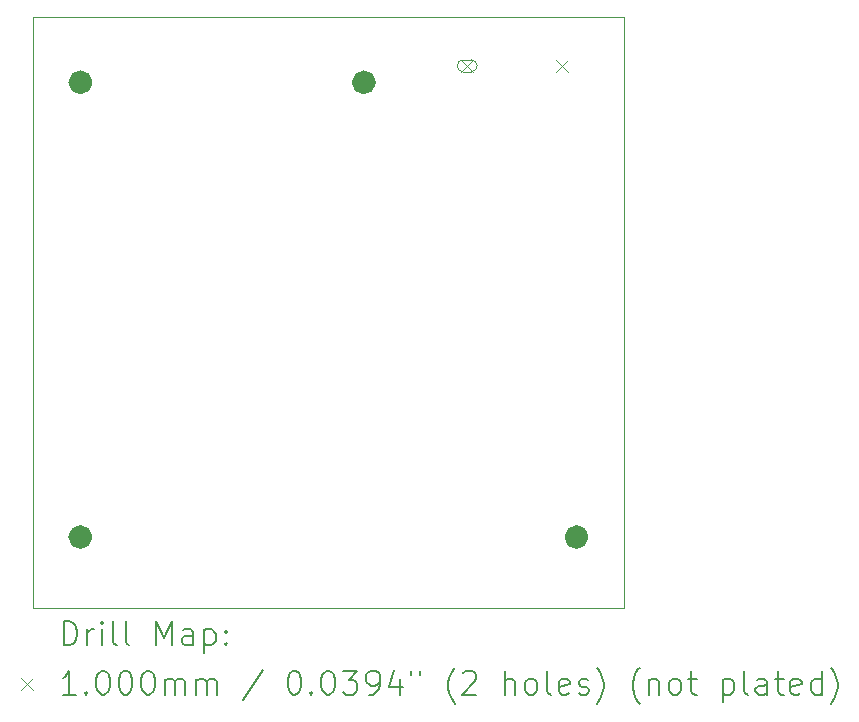
<source format=gbr>
%TF.GenerationSoftware,KiCad,Pcbnew,9.0.3*%
%TF.CreationDate,2025-08-16T00:15:59+02:00*%
%TF.ProjectId,fw-anwesenheit,66772d61-6e77-4657-9365-6e686569742e,rev?*%
%TF.SameCoordinates,Original*%
%TF.FileFunction,Drillmap*%
%TF.FilePolarity,Positive*%
%FSLAX45Y45*%
G04 Gerber Fmt 4.5, Leading zero omitted, Abs format (unit mm)*
G04 Created by KiCad (PCBNEW 9.0.3) date 2025-08-16 00:15:59*
%MOMM*%
%LPD*%
G01*
G04 APERTURE LIST*
%ADD10C,0.050000*%
%ADD11C,1.025000*%
%ADD12C,0.010000*%
%ADD13C,0.200000*%
%ADD14C,0.100000*%
G04 APERTURE END LIST*
D10*
X8100000Y-7950000D02*
X13100000Y-7950000D01*
X13100000Y-12950000D01*
X8100000Y-12950000D01*
X8100000Y-7950000D01*
D11*
X8551250Y-12350000D02*
G75*
G02*
X8448750Y-12350000I-51250J0D01*
G01*
X8448750Y-12350000D02*
G75*
G02*
X8551250Y-12350000I51250J0D01*
G01*
X8551250Y-8500000D02*
G75*
G02*
X8448750Y-8500000I-51250J0D01*
G01*
X8448750Y-8500000D02*
G75*
G02*
X8551250Y-8500000I51250J0D01*
G01*
X12751250Y-12350000D02*
G75*
G02*
X12648750Y-12350000I-51250J0D01*
G01*
X12648750Y-12350000D02*
G75*
G02*
X12751250Y-12350000I51250J0D01*
G01*
X10951250Y-8500000D02*
G75*
G02*
X10848750Y-8500000I-51250J0D01*
G01*
X10848750Y-8500000D02*
G75*
G02*
X10951250Y-8500000I51250J0D01*
G01*
D12*
X11740000Y-8310000D02*
X11810000Y-8310000D01*
X11810000Y-8410000D02*
X11740000Y-8410000D01*
X11690000Y-8360000D02*
G75*
G02*
X11740000Y-8310000I50000J0D01*
G01*
X11740000Y-8410000D02*
G75*
G02*
X11690000Y-8360000I0J50000D01*
G01*
X11810000Y-8310000D02*
G75*
G02*
X11860000Y-8360000I0J-50000D01*
G01*
X11860000Y-8360000D02*
G75*
G02*
X11810000Y-8410000I-50000J0D01*
G01*
D13*
D14*
X11725000Y-8310000D02*
X11825000Y-8410000D01*
X11825000Y-8310000D02*
X11725000Y-8410000D01*
X12525000Y-8310000D02*
X12625000Y-8410000D01*
X12625000Y-8310000D02*
X12525000Y-8410000D01*
D13*
X8358277Y-13263984D02*
X8358277Y-13063984D01*
X8358277Y-13063984D02*
X8405896Y-13063984D01*
X8405896Y-13063984D02*
X8434467Y-13073508D01*
X8434467Y-13073508D02*
X8453515Y-13092555D01*
X8453515Y-13092555D02*
X8463039Y-13111603D01*
X8463039Y-13111603D02*
X8472563Y-13149698D01*
X8472563Y-13149698D02*
X8472563Y-13178269D01*
X8472563Y-13178269D02*
X8463039Y-13216365D01*
X8463039Y-13216365D02*
X8453515Y-13235412D01*
X8453515Y-13235412D02*
X8434467Y-13254460D01*
X8434467Y-13254460D02*
X8405896Y-13263984D01*
X8405896Y-13263984D02*
X8358277Y-13263984D01*
X8558277Y-13263984D02*
X8558277Y-13130650D01*
X8558277Y-13168746D02*
X8567801Y-13149698D01*
X8567801Y-13149698D02*
X8577324Y-13140174D01*
X8577324Y-13140174D02*
X8596372Y-13130650D01*
X8596372Y-13130650D02*
X8615420Y-13130650D01*
X8682086Y-13263984D02*
X8682086Y-13130650D01*
X8682086Y-13063984D02*
X8672563Y-13073508D01*
X8672563Y-13073508D02*
X8682086Y-13083031D01*
X8682086Y-13083031D02*
X8691610Y-13073508D01*
X8691610Y-13073508D02*
X8682086Y-13063984D01*
X8682086Y-13063984D02*
X8682086Y-13083031D01*
X8805896Y-13263984D02*
X8786848Y-13254460D01*
X8786848Y-13254460D02*
X8777324Y-13235412D01*
X8777324Y-13235412D02*
X8777324Y-13063984D01*
X8910658Y-13263984D02*
X8891610Y-13254460D01*
X8891610Y-13254460D02*
X8882086Y-13235412D01*
X8882086Y-13235412D02*
X8882086Y-13063984D01*
X9139229Y-13263984D02*
X9139229Y-13063984D01*
X9139229Y-13063984D02*
X9205896Y-13206841D01*
X9205896Y-13206841D02*
X9272563Y-13063984D01*
X9272563Y-13063984D02*
X9272563Y-13263984D01*
X9453515Y-13263984D02*
X9453515Y-13159222D01*
X9453515Y-13159222D02*
X9443991Y-13140174D01*
X9443991Y-13140174D02*
X9424944Y-13130650D01*
X9424944Y-13130650D02*
X9386848Y-13130650D01*
X9386848Y-13130650D02*
X9367801Y-13140174D01*
X9453515Y-13254460D02*
X9434467Y-13263984D01*
X9434467Y-13263984D02*
X9386848Y-13263984D01*
X9386848Y-13263984D02*
X9367801Y-13254460D01*
X9367801Y-13254460D02*
X9358277Y-13235412D01*
X9358277Y-13235412D02*
X9358277Y-13216365D01*
X9358277Y-13216365D02*
X9367801Y-13197317D01*
X9367801Y-13197317D02*
X9386848Y-13187793D01*
X9386848Y-13187793D02*
X9434467Y-13187793D01*
X9434467Y-13187793D02*
X9453515Y-13178269D01*
X9548753Y-13130650D02*
X9548753Y-13330650D01*
X9548753Y-13140174D02*
X9567801Y-13130650D01*
X9567801Y-13130650D02*
X9605896Y-13130650D01*
X9605896Y-13130650D02*
X9624944Y-13140174D01*
X9624944Y-13140174D02*
X9634467Y-13149698D01*
X9634467Y-13149698D02*
X9643991Y-13168746D01*
X9643991Y-13168746D02*
X9643991Y-13225888D01*
X9643991Y-13225888D02*
X9634467Y-13244936D01*
X9634467Y-13244936D02*
X9624944Y-13254460D01*
X9624944Y-13254460D02*
X9605896Y-13263984D01*
X9605896Y-13263984D02*
X9567801Y-13263984D01*
X9567801Y-13263984D02*
X9548753Y-13254460D01*
X9729705Y-13244936D02*
X9739229Y-13254460D01*
X9739229Y-13254460D02*
X9729705Y-13263984D01*
X9729705Y-13263984D02*
X9720182Y-13254460D01*
X9720182Y-13254460D02*
X9729705Y-13244936D01*
X9729705Y-13244936D02*
X9729705Y-13263984D01*
X9729705Y-13140174D02*
X9739229Y-13149698D01*
X9739229Y-13149698D02*
X9729705Y-13159222D01*
X9729705Y-13159222D02*
X9720182Y-13149698D01*
X9720182Y-13149698D02*
X9729705Y-13140174D01*
X9729705Y-13140174D02*
X9729705Y-13159222D01*
D14*
X7997500Y-13542500D02*
X8097500Y-13642500D01*
X8097500Y-13542500D02*
X7997500Y-13642500D01*
D13*
X8463039Y-13683984D02*
X8348753Y-13683984D01*
X8405896Y-13683984D02*
X8405896Y-13483984D01*
X8405896Y-13483984D02*
X8386848Y-13512555D01*
X8386848Y-13512555D02*
X8367801Y-13531603D01*
X8367801Y-13531603D02*
X8348753Y-13541127D01*
X8548753Y-13664936D02*
X8558277Y-13674460D01*
X8558277Y-13674460D02*
X8548753Y-13683984D01*
X8548753Y-13683984D02*
X8539229Y-13674460D01*
X8539229Y-13674460D02*
X8548753Y-13664936D01*
X8548753Y-13664936D02*
X8548753Y-13683984D01*
X8682086Y-13483984D02*
X8701134Y-13483984D01*
X8701134Y-13483984D02*
X8720182Y-13493508D01*
X8720182Y-13493508D02*
X8729705Y-13503031D01*
X8729705Y-13503031D02*
X8739229Y-13522079D01*
X8739229Y-13522079D02*
X8748753Y-13560174D01*
X8748753Y-13560174D02*
X8748753Y-13607793D01*
X8748753Y-13607793D02*
X8739229Y-13645888D01*
X8739229Y-13645888D02*
X8729705Y-13664936D01*
X8729705Y-13664936D02*
X8720182Y-13674460D01*
X8720182Y-13674460D02*
X8701134Y-13683984D01*
X8701134Y-13683984D02*
X8682086Y-13683984D01*
X8682086Y-13683984D02*
X8663039Y-13674460D01*
X8663039Y-13674460D02*
X8653515Y-13664936D01*
X8653515Y-13664936D02*
X8643991Y-13645888D01*
X8643991Y-13645888D02*
X8634467Y-13607793D01*
X8634467Y-13607793D02*
X8634467Y-13560174D01*
X8634467Y-13560174D02*
X8643991Y-13522079D01*
X8643991Y-13522079D02*
X8653515Y-13503031D01*
X8653515Y-13503031D02*
X8663039Y-13493508D01*
X8663039Y-13493508D02*
X8682086Y-13483984D01*
X8872563Y-13483984D02*
X8891610Y-13483984D01*
X8891610Y-13483984D02*
X8910658Y-13493508D01*
X8910658Y-13493508D02*
X8920182Y-13503031D01*
X8920182Y-13503031D02*
X8929705Y-13522079D01*
X8929705Y-13522079D02*
X8939229Y-13560174D01*
X8939229Y-13560174D02*
X8939229Y-13607793D01*
X8939229Y-13607793D02*
X8929705Y-13645888D01*
X8929705Y-13645888D02*
X8920182Y-13664936D01*
X8920182Y-13664936D02*
X8910658Y-13674460D01*
X8910658Y-13674460D02*
X8891610Y-13683984D01*
X8891610Y-13683984D02*
X8872563Y-13683984D01*
X8872563Y-13683984D02*
X8853515Y-13674460D01*
X8853515Y-13674460D02*
X8843991Y-13664936D01*
X8843991Y-13664936D02*
X8834467Y-13645888D01*
X8834467Y-13645888D02*
X8824944Y-13607793D01*
X8824944Y-13607793D02*
X8824944Y-13560174D01*
X8824944Y-13560174D02*
X8834467Y-13522079D01*
X8834467Y-13522079D02*
X8843991Y-13503031D01*
X8843991Y-13503031D02*
X8853515Y-13493508D01*
X8853515Y-13493508D02*
X8872563Y-13483984D01*
X9063039Y-13483984D02*
X9082086Y-13483984D01*
X9082086Y-13483984D02*
X9101134Y-13493508D01*
X9101134Y-13493508D02*
X9110658Y-13503031D01*
X9110658Y-13503031D02*
X9120182Y-13522079D01*
X9120182Y-13522079D02*
X9129705Y-13560174D01*
X9129705Y-13560174D02*
X9129705Y-13607793D01*
X9129705Y-13607793D02*
X9120182Y-13645888D01*
X9120182Y-13645888D02*
X9110658Y-13664936D01*
X9110658Y-13664936D02*
X9101134Y-13674460D01*
X9101134Y-13674460D02*
X9082086Y-13683984D01*
X9082086Y-13683984D02*
X9063039Y-13683984D01*
X9063039Y-13683984D02*
X9043991Y-13674460D01*
X9043991Y-13674460D02*
X9034467Y-13664936D01*
X9034467Y-13664936D02*
X9024944Y-13645888D01*
X9024944Y-13645888D02*
X9015420Y-13607793D01*
X9015420Y-13607793D02*
X9015420Y-13560174D01*
X9015420Y-13560174D02*
X9024944Y-13522079D01*
X9024944Y-13522079D02*
X9034467Y-13503031D01*
X9034467Y-13503031D02*
X9043991Y-13493508D01*
X9043991Y-13493508D02*
X9063039Y-13483984D01*
X9215420Y-13683984D02*
X9215420Y-13550650D01*
X9215420Y-13569698D02*
X9224944Y-13560174D01*
X9224944Y-13560174D02*
X9243991Y-13550650D01*
X9243991Y-13550650D02*
X9272563Y-13550650D01*
X9272563Y-13550650D02*
X9291610Y-13560174D01*
X9291610Y-13560174D02*
X9301134Y-13579222D01*
X9301134Y-13579222D02*
X9301134Y-13683984D01*
X9301134Y-13579222D02*
X9310658Y-13560174D01*
X9310658Y-13560174D02*
X9329705Y-13550650D01*
X9329705Y-13550650D02*
X9358277Y-13550650D01*
X9358277Y-13550650D02*
X9377325Y-13560174D01*
X9377325Y-13560174D02*
X9386848Y-13579222D01*
X9386848Y-13579222D02*
X9386848Y-13683984D01*
X9482086Y-13683984D02*
X9482086Y-13550650D01*
X9482086Y-13569698D02*
X9491610Y-13560174D01*
X9491610Y-13560174D02*
X9510658Y-13550650D01*
X9510658Y-13550650D02*
X9539229Y-13550650D01*
X9539229Y-13550650D02*
X9558277Y-13560174D01*
X9558277Y-13560174D02*
X9567801Y-13579222D01*
X9567801Y-13579222D02*
X9567801Y-13683984D01*
X9567801Y-13579222D02*
X9577325Y-13560174D01*
X9577325Y-13560174D02*
X9596372Y-13550650D01*
X9596372Y-13550650D02*
X9624944Y-13550650D01*
X9624944Y-13550650D02*
X9643991Y-13560174D01*
X9643991Y-13560174D02*
X9653515Y-13579222D01*
X9653515Y-13579222D02*
X9653515Y-13683984D01*
X10043991Y-13474460D02*
X9872563Y-13731603D01*
X10301134Y-13483984D02*
X10320182Y-13483984D01*
X10320182Y-13483984D02*
X10339229Y-13493508D01*
X10339229Y-13493508D02*
X10348753Y-13503031D01*
X10348753Y-13503031D02*
X10358277Y-13522079D01*
X10358277Y-13522079D02*
X10367801Y-13560174D01*
X10367801Y-13560174D02*
X10367801Y-13607793D01*
X10367801Y-13607793D02*
X10358277Y-13645888D01*
X10358277Y-13645888D02*
X10348753Y-13664936D01*
X10348753Y-13664936D02*
X10339229Y-13674460D01*
X10339229Y-13674460D02*
X10320182Y-13683984D01*
X10320182Y-13683984D02*
X10301134Y-13683984D01*
X10301134Y-13683984D02*
X10282087Y-13674460D01*
X10282087Y-13674460D02*
X10272563Y-13664936D01*
X10272563Y-13664936D02*
X10263039Y-13645888D01*
X10263039Y-13645888D02*
X10253515Y-13607793D01*
X10253515Y-13607793D02*
X10253515Y-13560174D01*
X10253515Y-13560174D02*
X10263039Y-13522079D01*
X10263039Y-13522079D02*
X10272563Y-13503031D01*
X10272563Y-13503031D02*
X10282087Y-13493508D01*
X10282087Y-13493508D02*
X10301134Y-13483984D01*
X10453515Y-13664936D02*
X10463039Y-13674460D01*
X10463039Y-13674460D02*
X10453515Y-13683984D01*
X10453515Y-13683984D02*
X10443991Y-13674460D01*
X10443991Y-13674460D02*
X10453515Y-13664936D01*
X10453515Y-13664936D02*
X10453515Y-13683984D01*
X10586848Y-13483984D02*
X10605896Y-13483984D01*
X10605896Y-13483984D02*
X10624944Y-13493508D01*
X10624944Y-13493508D02*
X10634468Y-13503031D01*
X10634468Y-13503031D02*
X10643991Y-13522079D01*
X10643991Y-13522079D02*
X10653515Y-13560174D01*
X10653515Y-13560174D02*
X10653515Y-13607793D01*
X10653515Y-13607793D02*
X10643991Y-13645888D01*
X10643991Y-13645888D02*
X10634468Y-13664936D01*
X10634468Y-13664936D02*
X10624944Y-13674460D01*
X10624944Y-13674460D02*
X10605896Y-13683984D01*
X10605896Y-13683984D02*
X10586848Y-13683984D01*
X10586848Y-13683984D02*
X10567801Y-13674460D01*
X10567801Y-13674460D02*
X10558277Y-13664936D01*
X10558277Y-13664936D02*
X10548753Y-13645888D01*
X10548753Y-13645888D02*
X10539229Y-13607793D01*
X10539229Y-13607793D02*
X10539229Y-13560174D01*
X10539229Y-13560174D02*
X10548753Y-13522079D01*
X10548753Y-13522079D02*
X10558277Y-13503031D01*
X10558277Y-13503031D02*
X10567801Y-13493508D01*
X10567801Y-13493508D02*
X10586848Y-13483984D01*
X10720182Y-13483984D02*
X10843991Y-13483984D01*
X10843991Y-13483984D02*
X10777325Y-13560174D01*
X10777325Y-13560174D02*
X10805896Y-13560174D01*
X10805896Y-13560174D02*
X10824944Y-13569698D01*
X10824944Y-13569698D02*
X10834468Y-13579222D01*
X10834468Y-13579222D02*
X10843991Y-13598269D01*
X10843991Y-13598269D02*
X10843991Y-13645888D01*
X10843991Y-13645888D02*
X10834468Y-13664936D01*
X10834468Y-13664936D02*
X10824944Y-13674460D01*
X10824944Y-13674460D02*
X10805896Y-13683984D01*
X10805896Y-13683984D02*
X10748753Y-13683984D01*
X10748753Y-13683984D02*
X10729706Y-13674460D01*
X10729706Y-13674460D02*
X10720182Y-13664936D01*
X10939229Y-13683984D02*
X10977325Y-13683984D01*
X10977325Y-13683984D02*
X10996372Y-13674460D01*
X10996372Y-13674460D02*
X11005896Y-13664936D01*
X11005896Y-13664936D02*
X11024944Y-13636365D01*
X11024944Y-13636365D02*
X11034468Y-13598269D01*
X11034468Y-13598269D02*
X11034468Y-13522079D01*
X11034468Y-13522079D02*
X11024944Y-13503031D01*
X11024944Y-13503031D02*
X11015420Y-13493508D01*
X11015420Y-13493508D02*
X10996372Y-13483984D01*
X10996372Y-13483984D02*
X10958277Y-13483984D01*
X10958277Y-13483984D02*
X10939229Y-13493508D01*
X10939229Y-13493508D02*
X10929706Y-13503031D01*
X10929706Y-13503031D02*
X10920182Y-13522079D01*
X10920182Y-13522079D02*
X10920182Y-13569698D01*
X10920182Y-13569698D02*
X10929706Y-13588746D01*
X10929706Y-13588746D02*
X10939229Y-13598269D01*
X10939229Y-13598269D02*
X10958277Y-13607793D01*
X10958277Y-13607793D02*
X10996372Y-13607793D01*
X10996372Y-13607793D02*
X11015420Y-13598269D01*
X11015420Y-13598269D02*
X11024944Y-13588746D01*
X11024944Y-13588746D02*
X11034468Y-13569698D01*
X11205896Y-13550650D02*
X11205896Y-13683984D01*
X11158277Y-13474460D02*
X11110658Y-13617317D01*
X11110658Y-13617317D02*
X11234467Y-13617317D01*
X11301134Y-13483984D02*
X11301134Y-13522079D01*
X11377325Y-13483984D02*
X11377325Y-13522079D01*
X11672563Y-13760174D02*
X11663039Y-13750650D01*
X11663039Y-13750650D02*
X11643991Y-13722079D01*
X11643991Y-13722079D02*
X11634468Y-13703031D01*
X11634468Y-13703031D02*
X11624944Y-13674460D01*
X11624944Y-13674460D02*
X11615420Y-13626841D01*
X11615420Y-13626841D02*
X11615420Y-13588746D01*
X11615420Y-13588746D02*
X11624944Y-13541127D01*
X11624944Y-13541127D02*
X11634468Y-13512555D01*
X11634468Y-13512555D02*
X11643991Y-13493508D01*
X11643991Y-13493508D02*
X11663039Y-13464936D01*
X11663039Y-13464936D02*
X11672563Y-13455412D01*
X11739229Y-13503031D02*
X11748753Y-13493508D01*
X11748753Y-13493508D02*
X11767801Y-13483984D01*
X11767801Y-13483984D02*
X11815420Y-13483984D01*
X11815420Y-13483984D02*
X11834468Y-13493508D01*
X11834468Y-13493508D02*
X11843991Y-13503031D01*
X11843991Y-13503031D02*
X11853515Y-13522079D01*
X11853515Y-13522079D02*
X11853515Y-13541127D01*
X11853515Y-13541127D02*
X11843991Y-13569698D01*
X11843991Y-13569698D02*
X11729706Y-13683984D01*
X11729706Y-13683984D02*
X11853515Y-13683984D01*
X12091610Y-13683984D02*
X12091610Y-13483984D01*
X12177325Y-13683984D02*
X12177325Y-13579222D01*
X12177325Y-13579222D02*
X12167801Y-13560174D01*
X12167801Y-13560174D02*
X12148753Y-13550650D01*
X12148753Y-13550650D02*
X12120182Y-13550650D01*
X12120182Y-13550650D02*
X12101134Y-13560174D01*
X12101134Y-13560174D02*
X12091610Y-13569698D01*
X12301134Y-13683984D02*
X12282087Y-13674460D01*
X12282087Y-13674460D02*
X12272563Y-13664936D01*
X12272563Y-13664936D02*
X12263039Y-13645888D01*
X12263039Y-13645888D02*
X12263039Y-13588746D01*
X12263039Y-13588746D02*
X12272563Y-13569698D01*
X12272563Y-13569698D02*
X12282087Y-13560174D01*
X12282087Y-13560174D02*
X12301134Y-13550650D01*
X12301134Y-13550650D02*
X12329706Y-13550650D01*
X12329706Y-13550650D02*
X12348753Y-13560174D01*
X12348753Y-13560174D02*
X12358277Y-13569698D01*
X12358277Y-13569698D02*
X12367801Y-13588746D01*
X12367801Y-13588746D02*
X12367801Y-13645888D01*
X12367801Y-13645888D02*
X12358277Y-13664936D01*
X12358277Y-13664936D02*
X12348753Y-13674460D01*
X12348753Y-13674460D02*
X12329706Y-13683984D01*
X12329706Y-13683984D02*
X12301134Y-13683984D01*
X12482087Y-13683984D02*
X12463039Y-13674460D01*
X12463039Y-13674460D02*
X12453515Y-13655412D01*
X12453515Y-13655412D02*
X12453515Y-13483984D01*
X12634468Y-13674460D02*
X12615420Y-13683984D01*
X12615420Y-13683984D02*
X12577325Y-13683984D01*
X12577325Y-13683984D02*
X12558277Y-13674460D01*
X12558277Y-13674460D02*
X12548753Y-13655412D01*
X12548753Y-13655412D02*
X12548753Y-13579222D01*
X12548753Y-13579222D02*
X12558277Y-13560174D01*
X12558277Y-13560174D02*
X12577325Y-13550650D01*
X12577325Y-13550650D02*
X12615420Y-13550650D01*
X12615420Y-13550650D02*
X12634468Y-13560174D01*
X12634468Y-13560174D02*
X12643991Y-13579222D01*
X12643991Y-13579222D02*
X12643991Y-13598269D01*
X12643991Y-13598269D02*
X12548753Y-13617317D01*
X12720182Y-13674460D02*
X12739230Y-13683984D01*
X12739230Y-13683984D02*
X12777325Y-13683984D01*
X12777325Y-13683984D02*
X12796372Y-13674460D01*
X12796372Y-13674460D02*
X12805896Y-13655412D01*
X12805896Y-13655412D02*
X12805896Y-13645888D01*
X12805896Y-13645888D02*
X12796372Y-13626841D01*
X12796372Y-13626841D02*
X12777325Y-13617317D01*
X12777325Y-13617317D02*
X12748753Y-13617317D01*
X12748753Y-13617317D02*
X12729706Y-13607793D01*
X12729706Y-13607793D02*
X12720182Y-13588746D01*
X12720182Y-13588746D02*
X12720182Y-13579222D01*
X12720182Y-13579222D02*
X12729706Y-13560174D01*
X12729706Y-13560174D02*
X12748753Y-13550650D01*
X12748753Y-13550650D02*
X12777325Y-13550650D01*
X12777325Y-13550650D02*
X12796372Y-13560174D01*
X12872563Y-13760174D02*
X12882087Y-13750650D01*
X12882087Y-13750650D02*
X12901134Y-13722079D01*
X12901134Y-13722079D02*
X12910658Y-13703031D01*
X12910658Y-13703031D02*
X12920182Y-13674460D01*
X12920182Y-13674460D02*
X12929706Y-13626841D01*
X12929706Y-13626841D02*
X12929706Y-13588746D01*
X12929706Y-13588746D02*
X12920182Y-13541127D01*
X12920182Y-13541127D02*
X12910658Y-13512555D01*
X12910658Y-13512555D02*
X12901134Y-13493508D01*
X12901134Y-13493508D02*
X12882087Y-13464936D01*
X12882087Y-13464936D02*
X12872563Y-13455412D01*
X13234468Y-13760174D02*
X13224944Y-13750650D01*
X13224944Y-13750650D02*
X13205896Y-13722079D01*
X13205896Y-13722079D02*
X13196372Y-13703031D01*
X13196372Y-13703031D02*
X13186849Y-13674460D01*
X13186849Y-13674460D02*
X13177325Y-13626841D01*
X13177325Y-13626841D02*
X13177325Y-13588746D01*
X13177325Y-13588746D02*
X13186849Y-13541127D01*
X13186849Y-13541127D02*
X13196372Y-13512555D01*
X13196372Y-13512555D02*
X13205896Y-13493508D01*
X13205896Y-13493508D02*
X13224944Y-13464936D01*
X13224944Y-13464936D02*
X13234468Y-13455412D01*
X13310658Y-13550650D02*
X13310658Y-13683984D01*
X13310658Y-13569698D02*
X13320182Y-13560174D01*
X13320182Y-13560174D02*
X13339230Y-13550650D01*
X13339230Y-13550650D02*
X13367801Y-13550650D01*
X13367801Y-13550650D02*
X13386849Y-13560174D01*
X13386849Y-13560174D02*
X13396372Y-13579222D01*
X13396372Y-13579222D02*
X13396372Y-13683984D01*
X13520182Y-13683984D02*
X13501134Y-13674460D01*
X13501134Y-13674460D02*
X13491611Y-13664936D01*
X13491611Y-13664936D02*
X13482087Y-13645888D01*
X13482087Y-13645888D02*
X13482087Y-13588746D01*
X13482087Y-13588746D02*
X13491611Y-13569698D01*
X13491611Y-13569698D02*
X13501134Y-13560174D01*
X13501134Y-13560174D02*
X13520182Y-13550650D01*
X13520182Y-13550650D02*
X13548753Y-13550650D01*
X13548753Y-13550650D02*
X13567801Y-13560174D01*
X13567801Y-13560174D02*
X13577325Y-13569698D01*
X13577325Y-13569698D02*
X13586849Y-13588746D01*
X13586849Y-13588746D02*
X13586849Y-13645888D01*
X13586849Y-13645888D02*
X13577325Y-13664936D01*
X13577325Y-13664936D02*
X13567801Y-13674460D01*
X13567801Y-13674460D02*
X13548753Y-13683984D01*
X13548753Y-13683984D02*
X13520182Y-13683984D01*
X13643992Y-13550650D02*
X13720182Y-13550650D01*
X13672563Y-13483984D02*
X13672563Y-13655412D01*
X13672563Y-13655412D02*
X13682087Y-13674460D01*
X13682087Y-13674460D02*
X13701134Y-13683984D01*
X13701134Y-13683984D02*
X13720182Y-13683984D01*
X13939230Y-13550650D02*
X13939230Y-13750650D01*
X13939230Y-13560174D02*
X13958277Y-13550650D01*
X13958277Y-13550650D02*
X13996373Y-13550650D01*
X13996373Y-13550650D02*
X14015420Y-13560174D01*
X14015420Y-13560174D02*
X14024944Y-13569698D01*
X14024944Y-13569698D02*
X14034468Y-13588746D01*
X14034468Y-13588746D02*
X14034468Y-13645888D01*
X14034468Y-13645888D02*
X14024944Y-13664936D01*
X14024944Y-13664936D02*
X14015420Y-13674460D01*
X14015420Y-13674460D02*
X13996373Y-13683984D01*
X13996373Y-13683984D02*
X13958277Y-13683984D01*
X13958277Y-13683984D02*
X13939230Y-13674460D01*
X14148753Y-13683984D02*
X14129706Y-13674460D01*
X14129706Y-13674460D02*
X14120182Y-13655412D01*
X14120182Y-13655412D02*
X14120182Y-13483984D01*
X14310658Y-13683984D02*
X14310658Y-13579222D01*
X14310658Y-13579222D02*
X14301134Y-13560174D01*
X14301134Y-13560174D02*
X14282087Y-13550650D01*
X14282087Y-13550650D02*
X14243992Y-13550650D01*
X14243992Y-13550650D02*
X14224944Y-13560174D01*
X14310658Y-13674460D02*
X14291611Y-13683984D01*
X14291611Y-13683984D02*
X14243992Y-13683984D01*
X14243992Y-13683984D02*
X14224944Y-13674460D01*
X14224944Y-13674460D02*
X14215420Y-13655412D01*
X14215420Y-13655412D02*
X14215420Y-13636365D01*
X14215420Y-13636365D02*
X14224944Y-13617317D01*
X14224944Y-13617317D02*
X14243992Y-13607793D01*
X14243992Y-13607793D02*
X14291611Y-13607793D01*
X14291611Y-13607793D02*
X14310658Y-13598269D01*
X14377325Y-13550650D02*
X14453515Y-13550650D01*
X14405896Y-13483984D02*
X14405896Y-13655412D01*
X14405896Y-13655412D02*
X14415420Y-13674460D01*
X14415420Y-13674460D02*
X14434468Y-13683984D01*
X14434468Y-13683984D02*
X14453515Y-13683984D01*
X14596373Y-13674460D02*
X14577325Y-13683984D01*
X14577325Y-13683984D02*
X14539230Y-13683984D01*
X14539230Y-13683984D02*
X14520182Y-13674460D01*
X14520182Y-13674460D02*
X14510658Y-13655412D01*
X14510658Y-13655412D02*
X14510658Y-13579222D01*
X14510658Y-13579222D02*
X14520182Y-13560174D01*
X14520182Y-13560174D02*
X14539230Y-13550650D01*
X14539230Y-13550650D02*
X14577325Y-13550650D01*
X14577325Y-13550650D02*
X14596373Y-13560174D01*
X14596373Y-13560174D02*
X14605896Y-13579222D01*
X14605896Y-13579222D02*
X14605896Y-13598269D01*
X14605896Y-13598269D02*
X14510658Y-13617317D01*
X14777325Y-13683984D02*
X14777325Y-13483984D01*
X14777325Y-13674460D02*
X14758277Y-13683984D01*
X14758277Y-13683984D02*
X14720182Y-13683984D01*
X14720182Y-13683984D02*
X14701134Y-13674460D01*
X14701134Y-13674460D02*
X14691611Y-13664936D01*
X14691611Y-13664936D02*
X14682087Y-13645888D01*
X14682087Y-13645888D02*
X14682087Y-13588746D01*
X14682087Y-13588746D02*
X14691611Y-13569698D01*
X14691611Y-13569698D02*
X14701134Y-13560174D01*
X14701134Y-13560174D02*
X14720182Y-13550650D01*
X14720182Y-13550650D02*
X14758277Y-13550650D01*
X14758277Y-13550650D02*
X14777325Y-13560174D01*
X14853515Y-13760174D02*
X14863039Y-13750650D01*
X14863039Y-13750650D02*
X14882087Y-13722079D01*
X14882087Y-13722079D02*
X14891611Y-13703031D01*
X14891611Y-13703031D02*
X14901134Y-13674460D01*
X14901134Y-13674460D02*
X14910658Y-13626841D01*
X14910658Y-13626841D02*
X14910658Y-13588746D01*
X14910658Y-13588746D02*
X14901134Y-13541127D01*
X14901134Y-13541127D02*
X14891611Y-13512555D01*
X14891611Y-13512555D02*
X14882087Y-13493508D01*
X14882087Y-13493508D02*
X14863039Y-13464936D01*
X14863039Y-13464936D02*
X14853515Y-13455412D01*
M02*

</source>
